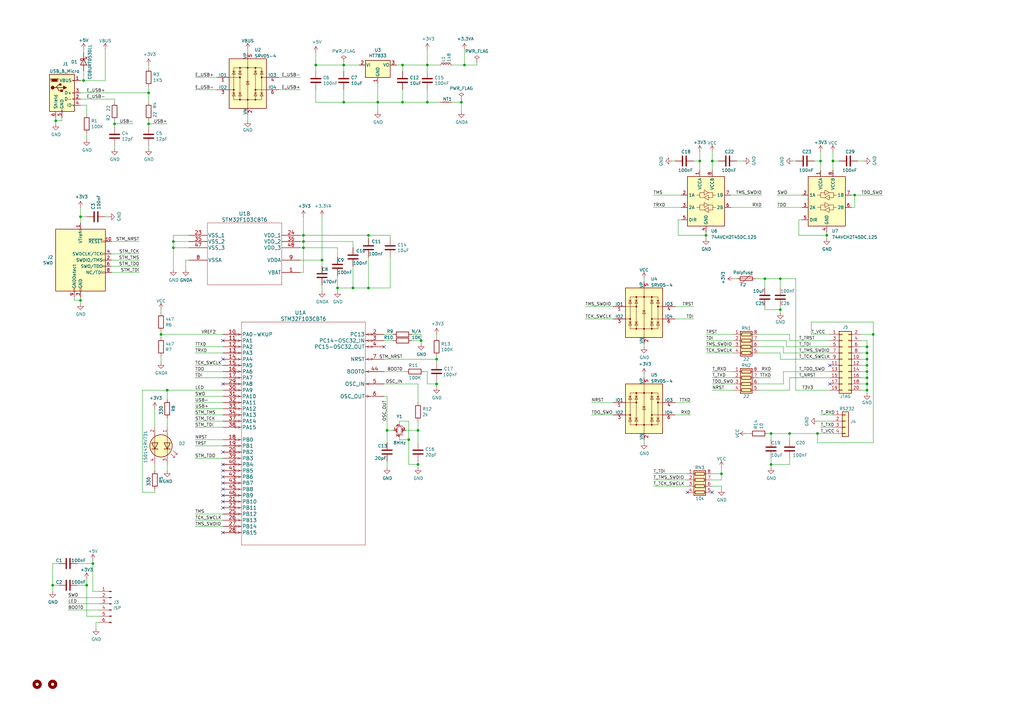
<source format=kicad_sch>
(kicad_sch (version 20211123) (generator eeschema)
  (paper "A3")
  (title_block (title "STLink-V2") (date "2022-11-20") (rev "1") (company "Mathias Gruber"))
  (junction (at 38.1 231.14))
  (junction (at 124.46 101.6))
  (junction (at 151.13 118.11))
  (junction (at 350.52 80.01))
  (junction (at 60.96 50.8))
  (junction (at 21.59 240.03))
  (junction (at 68.58 160.02))
  (junction (at 320.04 114.3))
  (junction (at 339.09 96.52))
  (junction (at 292.1 66.04))
  (junction (at 355.6 149.86))
  (junction (at 316.23 190.5))
  (junction (at 316.23 177.8))
  (junction (at 165.1 26.67))
  (junction (at 151.13 96.52))
  (junction (at 341.63 66.04))
  (junction (at 158.75 176.53))
  (junction (at 46.99 50.8))
  (junction (at 172.72 139.7))
  (junction (at 336.55 66.04))
  (junction (at 313.69 114.3))
  (junction (at 66.04 137.16))
  (junction (at 124.46 96.52))
  (junction (at 34.29 33.02))
  (junction (at 60.96 38.1))
  (junction (at 179.07 147.32))
  (junction (at 355.6 152.4))
  (junction (at 165.1 41.91))
  (junction (at 171.45 176.53))
  (junction (at 358.14 137.16))
  (junction (at 35.56 240.03))
  (junction (at 320.04 127))
  (junction (at 355.6 157.48))
  (junction (at 295.91 194.31))
  (junction (at 355.6 144.78))
  (junction (at 144.78 118.11))
  (junction (at 22.86 49.53))
  (junction (at 154.94 41.91))
  (junction (at 132.08 106.68))
  (junction (at 335.28 177.8))
  (junction (at 355.6 147.32))
  (junction (at 138.43 118.11))
  (junction (at 323.85 177.8))
  (junction (at 190.5 26.67))
  (junction (at 140.97 26.67))
  (junction (at 355.6 142.24))
  (junction (at 171.45 190.5))
  (junction (at 71.12 101.6))
  (junction (at 33.02 88.9))
  (junction (at 355.6 160.02))
  (junction (at 189.23 41.91))
  (junction (at 355.6 154.94))
  (junction (at 129.54 26.67))
  (junction (at 71.12 99.06))
  (junction (at 289.56 96.52))
  (junction (at 124.46 99.06))
  (junction (at 140.97 41.91))
  (junction (at 179.07 157.48))
  (junction (at 175.26 26.67))
  (junction (at 287.02 66.04))
  (junction (at 33.02 123.19))
  (junction (at 175.26 41.91))
  (junction (at 167.64 180.34))
  (no_connect (at 91.44 190.5))
  (no_connect (at 91.44 203.2))
  (no_connect (at 340.36 157.48))
  (no_connect (at 91.44 205.74))
  (no_connect (at 91.44 200.66))
  (no_connect (at 91.44 218.44))
  (no_connect (at 157.48 142.24))
  (no_connect (at 91.44 198.12))
  (no_connect (at 91.44 195.58))
  (no_connect (at 292.1 201.93))
  (no_connect (at 91.44 139.7))
  (no_connect (at 91.44 208.28))
  (no_connect (at 91.44 157.48))
  (no_connect (at 91.44 193.04))
  (no_connect (at 340.36 149.86))
  (no_connect (at 281.94 201.93))
  (no_connect (at 91.44 185.42))
  (no_connect (at 91.44 147.32))
  (wire (pts (xy 328.93 80.01) (xy 318.77 80.01)))
  (wire (pts (xy 91.44 165.1) (xy 80.01 165.1)))
  (wire (pts (xy 316.23 190.5) (xy 316.23 191.77)))
  (wire (pts (xy 34.29 33.02) (xy 43.18 33.02)))
  (wire (pts (xy 157.48 147.32) (xy 179.07 147.32)))
  (wire (pts (xy 175.26 36.83) (xy 175.26 41.91)))
  (wire (pts (xy 349.25 85.09) (xy 350.52 85.09)))
  (wire (pts (xy 154.94 41.91) (xy 154.94 45.72)))
  (wire (pts (xy 292.1 196.85) (xy 295.91 196.85)))
  (wire (pts (xy 325.12 66.04) (xy 326.39 66.04)))
  (wire (pts (xy 60.96 27.94) (xy 60.96 26.67)))
  (wire (pts (xy 323.85 180.34) (xy 323.85 177.8)))
  (wire (pts (xy 353.06 157.48) (xy 355.6 157.48)))
  (wire (pts (xy 123.19 96.52) (xy 124.46 96.52)))
  (wire (pts (xy 175.26 20.32) (xy 175.26 26.67)))
  (wire (pts (xy 71.12 96.52) (xy 71.12 99.06)))
  (wire (pts (xy 77.47 99.06) (xy 71.12 99.06)))
  (wire (pts (xy 58.42 160.02) (xy 58.42 201.93)))
  (wire (pts (xy 299.72 85.09) (xy 312.42 85.09)))
  (wire (pts (xy 58.42 201.93) (xy 63.5 201.93)))
  (wire (pts (xy 323.85 139.7) (xy 340.36 139.7)))
  (wire (pts (xy 264.16 180.34) (xy 264.16 181.61)))
  (wire (pts (xy 66.04 137.16) (xy 66.04 138.43)))
  (wire (pts (xy 353.06 154.94) (xy 355.6 154.94)))
  (wire (pts (xy 311.15 154.94) (xy 316.23 154.94)))
  (wire (pts (xy 353.06 147.32) (xy 355.6 147.32)))
  (wire (pts (xy 66.04 135.89) (xy 66.04 137.16)))
  (wire (pts (xy 311.15 157.48) (xy 321.31 157.48)))
  (wire (pts (xy 34.29 29.21) (xy 34.29 33.02)))
  (wire (pts (xy 71.12 101.6) (xy 71.12 110.49)))
  (wire (pts (xy 276.86 165.1) (xy 283.21 165.1)))
  (wire (pts (xy 25.4 48.26) (xy 25.4 49.53)))
  (wire (pts (xy 323.85 154.94) (xy 340.36 154.94)))
  (wire (pts (xy 60.96 59.69) (xy 60.96 60.96)))
  (wire (pts (xy 353.06 139.7) (xy 355.6 139.7)))
  (wire (pts (xy 124.46 99.06) (xy 124.46 101.6)))
  (wire (pts (xy 33.02 40.64) (xy 46.99 40.64)))
  (wire (pts (xy 173.99 152.4) (xy 175.26 152.4)))
  (wire (pts (xy 240.03 125.73) (xy 251.46 125.73)))
  (wire (pts (xy 160.02 105.41) (xy 160.02 118.11)))
  (wire (pts (xy 151.13 118.11) (xy 144.78 118.11)))
  (wire (pts (xy 292.1 160.02) (xy 300.99 160.02)))
  (wire (pts (xy 323.85 187.96) (xy 323.85 190.5)))
  (wire (pts (xy 129.54 21.59) (xy 129.54 26.67)))
  (wire (pts (xy 322.58 142.24) (xy 340.36 142.24)))
  (wire (pts (xy 341.63 66.04) (xy 344.17 66.04)))
  (wire (pts (xy 167.64 190.5) (xy 171.45 190.5)))
  (wire (pts (xy 306.07 177.8) (xy 307.34 177.8)))
  (wire (pts (xy 46.99 50.8) (xy 46.99 52.07)))
  (wire (pts (xy 140.97 29.21) (xy 140.97 26.67)))
  (wire (pts (xy 279.4 85.09) (xy 267.97 85.09)))
  (wire (pts (xy 311.15 152.4) (xy 316.23 152.4)))
  (wire (pts (xy 327.66 96.52) (xy 339.09 96.52)))
  (wire (pts (xy 321.31 144.78) (xy 340.36 144.78)))
  (wire (pts (xy 91.44 187.96) (xy 80.01 187.96)))
  (wire (pts (xy 34.29 20.32) (xy 34.29 21.59)))
  (wire (pts (xy 264.16 114.3) (xy 264.16 115.57)))
  (wire (pts (xy 166.37 176.53) (xy 171.45 176.53)))
  (wire (pts (xy 33.02 88.9) (xy 33.02 91.44)))
  (wire (pts (xy 77.47 101.6) (xy 71.12 101.6)))
  (wire (pts (xy 140.97 26.67) (xy 129.54 26.67)))
  (wire (pts (xy 321.31 152.4) (xy 321.31 157.48)))
  (wire (pts (xy 80.01 149.86) (xy 91.44 149.86)))
  (wire (pts (xy 311.15 137.16) (xy 323.85 137.16)))
  (wire (pts (xy 45.72 106.68) (xy 57.15 106.68)))
  (wire (pts (xy 350.52 80.01) (xy 361.95 80.01)))
  (wire (pts (xy 335.28 181.61) (xy 335.28 177.8)))
  (wire (pts (xy 299.72 80.01) (xy 312.42 80.01)))
  (wire (pts (xy 175.26 26.67) (xy 180.34 26.67)))
  (wire (pts (xy 264.16 153.67) (xy 264.16 154.94)))
  (wire (pts (xy 300.99 144.78) (xy 289.56 144.78)))
  (wire (pts (xy 157.48 137.16) (xy 161.29 137.16)))
  (wire (pts (xy 326.39 114.3) (xy 326.39 160.02)))
  (wire (pts (xy 180.34 41.91) (xy 175.26 41.91)))
  (wire (pts (xy 336.55 175.26) (xy 341.63 175.26)))
  (wire (pts (xy 165.1 26.67) (xy 175.26 26.67)))
  (wire (pts (xy 355.6 142.24) (xy 355.6 144.78)))
  (wire (pts (xy 355.6 147.32) (xy 355.6 149.86)))
  (wire (pts (xy 292.1 66.04) (xy 292.1 62.23)))
  (wire (pts (xy 334.01 66.04) (xy 336.55 66.04)))
  (wire (pts (xy 30.48 121.92) (xy 30.48 123.19)))
  (wire (pts (xy 124.46 88.9) (xy 124.46 96.52)))
  (wire (pts (xy 45.72 109.22) (xy 57.15 109.22)))
  (wire (pts (xy 287.02 66.04) (xy 287.02 69.85)))
  (wire (pts (xy 353.06 152.4) (xy 355.6 152.4)))
  (wire (pts (xy 332.74 137.16) (xy 332.74 132.08)))
  (wire (pts (xy 355.6 160.02) (xy 355.6 161.29)))
  (wire (pts (xy 158.75 162.56) (xy 158.75 176.53)))
  (wire (pts (xy 240.03 130.81) (xy 251.46 130.81)))
  (wire (pts (xy 295.91 199.39) (xy 295.91 200.66)))
  (wire (pts (xy 31.75 231.14) (xy 38.1 231.14)))
  (wire (pts (xy 21.59 231.14) (xy 21.59 240.03)))
  (wire (pts (xy 300.99 137.16) (xy 289.56 137.16)))
  (wire (pts (xy 171.45 181.61) (xy 171.45 176.53)))
  (wire (pts (xy 267.97 194.31) (xy 281.94 194.31)))
  (wire (pts (xy 151.13 96.52) (xy 160.02 96.52)))
  (wire (pts (xy 63.5 201.93) (xy 63.5 200.66)))
  (wire (pts (xy 33.02 38.1) (xy 60.96 38.1)))
  (wire (pts (xy 80.01 213.36) (xy 91.44 213.36)))
  (wire (pts (xy 40.64 245.11) (xy 27.94 245.11)))
  (wire (pts (xy 101.6 20.32) (xy 101.6 21.59)))
  (wire (pts (xy 167.64 180.34) (xy 167.64 190.5)))
  (wire (pts (xy 314.96 177.8) (xy 316.23 177.8)))
  (wire (pts (xy 91.44 172.72) (xy 80.01 172.72)))
  (wire (pts (xy 358.14 181.61) (xy 335.28 181.61)))
  (wire (pts (xy 129.54 41.91) (xy 140.97 41.91)))
  (wire (pts (xy 320.04 147.32) (xy 340.36 147.32)))
  (wire (pts (xy 336.55 170.18) (xy 341.63 170.18)))
  (wire (pts (xy 46.99 40.64) (xy 46.99 41.91)))
  (wire (pts (xy 294.64 66.04) (xy 292.1 66.04)))
  (wire (pts (xy 185.42 26.67) (xy 190.5 26.67)))
  (wire (pts (xy 350.52 85.09) (xy 350.52 80.01)))
  (wire (pts (xy 311.15 160.02) (xy 323.85 160.02)))
  (wire (pts (xy 24.13 240.03) (xy 21.59 240.03)))
  (wire (pts (xy 355.6 152.4) (xy 355.6 154.94)))
  (wire (pts (xy 279.4 90.17) (xy 278.13 90.17)))
  (wire (pts (xy 264.16 140.97) (xy 264.16 142.24)))
  (wire (pts (xy 278.13 90.17) (xy 278.13 96.52)))
  (wire (pts (xy 311.15 139.7) (xy 322.58 139.7)))
  (wire (pts (xy 22.86 49.53) (xy 22.86 50.8)))
  (wire (pts (xy 320.04 114.3) (xy 313.69 114.3)))
  (wire (pts (xy 60.96 49.53) (xy 60.96 50.8)))
  (wire (pts (xy 168.91 139.7) (xy 172.72 139.7)))
  (wire (pts (xy 322.58 142.24) (xy 322.58 139.7)))
  (wire (pts (xy 40.64 247.65) (xy 27.94 247.65)))
  (wire (pts (xy 80.01 162.56) (xy 91.44 162.56)))
  (wire (pts (xy 68.58 171.45) (xy 68.58 175.26)))
  (wire (pts (xy 158.75 189.23) (xy 158.75 191.77)))
  (wire (pts (xy 318.77 85.09) (xy 328.93 85.09)))
  (wire (pts (xy 295.91 196.85) (xy 295.91 194.31)))
  (wire (pts (xy 66.04 137.16) (xy 91.44 137.16)))
  (wire (pts (xy 316.23 177.8) (xy 316.23 180.34)))
  (wire (pts (xy 321.31 152.4) (xy 340.36 152.4)))
  (wire (pts (xy 326.39 160.02) (xy 340.36 160.02)))
  (wire (pts (xy 341.63 66.04) (xy 341.63 69.85)))
  (wire (pts (xy 179.07 147.32) (xy 179.07 148.59)))
  (wire (pts (xy 189.23 41.91) (xy 189.23 45.72)))
  (wire (pts (xy 320.04 114.3) (xy 326.39 114.3)))
  (wire (pts (xy 77.47 106.68) (xy 76.2 106.68)))
  (wire (pts (xy 287.02 62.23) (xy 287.02 66.04)))
  (wire (pts (xy 163.83 180.34) (xy 167.64 180.34)))
  (wire (pts (xy 320.04 125.73) (xy 320.04 127)))
  (wire (pts (xy 46.99 50.8) (xy 54.61 50.8)))
  (wire (pts (xy 279.4 80.01) (xy 267.97 80.01)))
  (wire (pts (xy 195.58 26.67) (xy 190.5 26.67)))
  (wire (pts (xy 171.45 189.23) (xy 171.45 190.5)))
  (wire (pts (xy 311.15 144.78) (xy 320.04 144.78)))
  (wire (pts (xy 355.6 139.7) (xy 355.6 142.24)))
  (wire (pts (xy 147.32 26.67) (xy 140.97 26.67)))
  (wire (pts (xy 68.58 160.02) (xy 58.42 160.02)))
  (wire (pts (xy 179.07 137.16) (xy 179.07 138.43)))
  (wire (pts (xy 63.5 167.64) (xy 63.5 175.26)))
  (wire (pts (xy 123.19 99.06) (xy 124.46 99.06)))
  (wire (pts (xy 80.01 31.75) (xy 88.9 31.75)))
  (wire (pts (xy 33.02 33.02) (xy 34.29 33.02)))
  (wire (pts (xy 353.06 142.24) (xy 355.6 142.24)))
  (wire (pts (xy 321.31 144.78) (xy 321.31 142.24)))
  (wire (pts (xy 124.46 99.06) (xy 144.78 99.06)))
  (wire (pts (xy 195.58 25.4) (xy 195.58 26.67)))
  (wire (pts (xy 124.46 111.76) (xy 123.19 111.76)))
  (wire (pts (xy 68.58 163.83) (xy 68.58 160.02)))
  (wire (pts (xy 289.56 95.25) (xy 289.56 96.52)))
  (wire (pts (xy 40.64 250.19) (xy 27.94 250.19)))
  (wire (pts (xy 76.2 106.68) (xy 76.2 110.49)))
  (wire (pts (xy 160.02 118.11) (xy 151.13 118.11)))
  (wire (pts (xy 35.56 237.49) (xy 35.56 240.03)))
  (wire (pts (xy 160.02 97.79) (xy 160.02 96.52)))
  (wire (pts (xy 66.04 128.27) (xy 66.04 127)))
  (wire (pts (xy 161.29 176.53) (xy 158.75 176.53)))
  (wire (pts (xy 175.26 157.48) (xy 179.07 157.48)))
  (wire (pts (xy 114.3 31.75) (xy 123.19 31.75)))
  (wire (pts (xy 320.04 147.32) (xy 320.04 144.78)))
  (wire (pts (xy 242.57 165.1) (xy 251.46 165.1)))
  (wire (pts (xy 43.18 88.9) (xy 44.45 88.9)))
  (wire (pts (xy 132.08 119.38) (xy 132.08 116.84)))
  (wire (pts (xy 35.56 252.73) (xy 35.56 240.03)))
  (wire (pts (xy 351.79 66.04) (xy 354.33 66.04)))
  (wire (pts (xy 163.83 173.99) (xy 163.83 172.72)))
  (wire (pts (xy 60.96 35.56) (xy 60.96 38.1)))
  (wire (pts (xy 328.93 90.17) (xy 327.66 90.17)))
  (wire (pts (xy 289.56 142.24) (xy 300.99 142.24)))
  (wire (pts (xy 33.02 85.09) (xy 33.02 88.9)))
  (wire (pts (xy 124.46 96.52) (xy 124.46 99.06)))
  (wire (pts (xy 355.6 157.48) (xy 355.6 160.02)))
  (wire (pts (xy 353.06 137.16) (xy 358.14 137.16)))
  (wire (pts (xy 171.45 172.72) (xy 171.45 176.53)))
  (wire (pts (xy 144.78 118.11) (xy 138.43 118.11)))
  (wire (pts (xy 172.72 137.16) (xy 172.72 139.7)))
  (wire (pts (xy 300.99 157.48) (xy 292.1 157.48)))
  (wire (pts (xy 332.74 132.08) (xy 358.14 132.08)))
  (wire (pts (xy 300.99 114.3) (xy 302.26 114.3)))
  (wire (pts (xy 341.63 172.72) (xy 335.28 172.72)))
  (wire (pts (xy 138.43 113.03) (xy 138.43 118.11)))
  (wire (pts (xy 323.85 177.8) (xy 316.23 177.8)))
  (wire (pts (xy 171.45 165.1) (xy 171.45 157.48)))
  (wire (pts (xy 323.85 190.5) (xy 316.23 190.5)))
  (wire (pts (xy 284.48 66.04) (xy 287.02 66.04)))
  (wire (pts (xy 323.85 177.8) (xy 335.28 177.8)))
  (wire (pts (xy 295.91 194.31) (xy 295.91 191.77)))
  (wire (pts (xy 101.6 46.99) (xy 101.6 49.53)))
  (wire (pts (xy 21.59 240.03) (xy 21.59 242.57)))
  (wire (pts (xy 300.99 154.94) (xy 292.1 154.94)))
  (wire (pts (xy 165.1 29.21) (xy 165.1 26.67)))
  (wire (pts (xy 80.01 144.78) (xy 91.44 144.78)))
  (wire (pts (xy 313.69 118.11) (xy 313.69 114.3)))
  (wire (pts (xy 171.45 190.5) (xy 171.45 191.77)))
  (wire (pts (xy 80.01 36.83) (xy 88.9 36.83)))
  (wire (pts (xy 144.78 109.22) (xy 144.78 118.11)))
  (wire (pts (xy 123.19 101.6) (xy 124.46 101.6)))
  (wire (pts (xy 323.85 154.94) (xy 323.85 160.02)))
  (wire (pts (xy 80.01 182.88) (xy 91.44 182.88)))
  (wire (pts (xy 309.88 114.3) (xy 313.69 114.3)))
  (wire (pts (xy 355.6 154.94) (xy 355.6 157.48)))
  (wire (pts (xy 25.4 49.53) (xy 22.86 49.53)))
  (wire (pts (xy 38.1 242.57) (xy 38.1 231.14)))
  (wire (pts (xy 353.06 160.02) (xy 355.6 160.02)))
  (wire (pts (xy 68.58 160.02) (xy 91.44 160.02)))
  (wire (pts (xy 40.64 252.73) (xy 35.56 252.73)))
  (wire (pts (xy 242.57 170.18) (xy 251.46 170.18)))
  (wire (pts (xy 138.43 101.6) (xy 138.43 105.41)))
  (wire (pts (xy 167.64 172.72) (xy 167.64 180.34)))
  (wire (pts (xy 45.72 111.76) (xy 57.15 111.76)))
  (wire (pts (xy 63.5 190.5) (xy 63.5 193.04)))
  (wire (pts (xy 35.56 46.99) (xy 35.56 43.18)))
  (wire (pts (xy 267.97 196.85) (xy 281.94 196.85)))
  (wire (pts (xy 39.37 255.27) (xy 39.37 257.81)))
  (wire (pts (xy 179.07 157.48) (xy 179.07 158.75)))
  (wire (pts (xy 33.02 88.9) (xy 35.56 88.9)))
  (wire (pts (xy 35.56 57.15) (xy 35.56 54.61)))
  (wire (pts (xy 336.55 66.04) (xy 336.55 69.85)))
  (wire (pts (xy 276.86 170.18) (xy 283.21 170.18)))
  (wire (pts (xy 185.42 41.91) (xy 189.23 41.91)))
  (wire (pts (xy 33.02 123.19) (xy 33.02 124.46)))
  (wire (pts (xy 335.28 177.8) (xy 341.63 177.8)))
  (wire (pts (xy 339.09 96.52) (xy 339.09 97.79)))
  (wire (pts (xy 179.07 146.05) (xy 179.07 147.32)))
  (wire (pts (xy 140.97 41.91) (xy 154.94 41.91)))
  (wire (pts (xy 313.69 127) (xy 320.04 127)))
  (wire (pts (xy 163.83 172.72) (xy 167.64 172.72)))
  (wire (pts (xy 132.08 106.68) (xy 132.08 109.22)))
  (wire (pts (xy 327.66 90.17) (xy 327.66 96.52)))
  (wire (pts (xy 189.23 40.64) (xy 189.23 41.91)))
  (wire (pts (xy 80.01 154.94) (xy 91.44 154.94)))
  (wire (pts (xy 60.96 50.8) (xy 60.96 52.07)))
  (wire (pts (xy 66.04 146.05) (xy 66.04 148.59)))
  (wire (pts (xy 320.04 127) (xy 320.04 128.27)))
  (wire (pts (xy 190.5 20.32) (xy 190.5 26.67)))
  (wire (pts (xy 140.97 26.67) (xy 140.97 25.4)))
  (wire (pts (xy 175.26 41.91) (xy 165.1 41.91)))
  (wire (pts (xy 353.06 144.78) (xy 355.6 144.78)))
  (wire (pts (xy 172.72 139.7) (xy 172.72 140.97)))
  (wire (pts (xy 60.96 38.1) (xy 60.96 41.91)))
  (wire (pts (xy 30.48 123.19) (xy 33.02 123.19)))
  (wire (pts (xy 276.86 125.73) (xy 284.48 125.73)))
  (wire (pts (xy 157.48 157.48) (xy 171.45 157.48)))
  (wire (pts (xy 332.74 137.16) (xy 340.36 137.16)))
  (wire (pts (xy 144.78 99.06) (xy 144.78 101.6)))
  (wire (pts (xy 289.56 96.52) (xy 289.56 97.79)))
  (wire (pts (xy 320.04 118.11) (xy 320.04 114.3)))
  (wire (pts (xy 313.69 125.73) (xy 313.69 127)))
  (wire (pts (xy 132.08 88.9) (xy 132.08 106.68)))
  (wire (pts (xy 292.1 152.4) (xy 300.99 152.4)))
  (wire (pts (xy 341.63 62.23) (xy 341.63 66.04)))
  (wire (pts (xy 349.25 80.01) (xy 350.52 80.01)))
  (wire (pts (xy 157.48 152.4) (xy 166.37 152.4)))
  (wire (pts (xy 123.19 106.68) (xy 132.08 106.68)))
  (wire (pts (xy 91.44 167.64) (xy 80.01 167.64)))
  (wire (pts (xy 355.6 149.86) (xy 355.6 152.4)))
  (wire (pts (xy 165.1 41.91) (xy 154.94 41.91)))
  (wire (pts (xy 77.47 96.52) (xy 71.12 96.52)))
  (wire (pts (xy 168.91 137.16) (xy 172.72 137.16)))
  (wire (pts (xy 302.26 66.04) (xy 304.8 66.04)))
  (wire (pts (xy 91.44 170.18) (xy 80.01 170.18)))
  (wire (pts (xy 124.46 101.6) (xy 138.43 101.6)))
  (wire (pts (xy 138.43 119.38) (xy 138.43 118.11)))
  (wire (pts (xy 300.99 139.7) (xy 289.56 139.7)))
  (wire (pts (xy 158.75 181.61) (xy 158.75 176.53)))
  (wire (pts (xy 124.46 96.52) (xy 151.13 96.52)))
  (wire (pts (xy 162.56 26.67) (xy 165.1 26.67)))
  (wire (pts (xy 157.48 139.7) (xy 161.29 139.7)))
  (wire (pts (xy 129.54 36.83) (xy 129.54 41.91)))
  (wire (pts (xy 276.86 130.81) (xy 284.48 130.81)))
  (wire (pts (xy 80.01 180.34) (xy 91.44 180.34)))
  (wire (pts (xy 45.72 99.06) (xy 57.15 99.06)))
  (wire (pts (xy 267.97 199.39) (xy 281.94 199.39)))
  (wire (pts (xy 151.13 96.52) (xy 151.13 97.79)))
  (wire (pts (xy 80.01 152.4) (xy 91.44 152.4)))
  (wire (pts (xy 40.64 255.27) (xy 39.37 255.27)))
  (wire (pts (xy 46.99 49.53) (xy 46.99 50.8)))
  (wire (pts (xy 292.1 66.04) (xy 292.1 69.85)))
  (wire (pts (xy 45.72 104.14) (xy 57.15 104.14)))
  (wire (pts (xy 339.09 95.25) (xy 339.09 96.52)))
  (wire (pts (xy 336.55 62.23) (xy 336.55 66.04)))
  (wire (pts (xy 43.18 33.02) (xy 43.18 20.32)))
  (wire (pts (xy 80.01 142.24) (xy 91.44 142.24)))
  (wire (pts (xy 46.99 59.69) (xy 46.99 60.96)))
  (wire (pts (xy 38.1 229.87) (xy 38.1 231.14)))
  (wire (pts (xy 80.01 210.82) (xy 91.44 210.82)))
  (wire (pts (xy 157.48 162.56) (xy 158.75 162.56)))
  (wire (pts (xy 179.07 156.21) (xy 179.07 157.48)))
  (wire (pts (xy 140.97 36.83) (xy 140.97 41.91)))
  (wire (pts (xy 80.01 215.9) (xy 91.44 215.9)))
  (wire (pts (xy 323.85 139.7) (xy 323.85 137.16)))
  (wire (pts (xy 275.59 66.04) (xy 276.86 66.04)))
  (wire (pts (xy 151.13 105.41) (xy 151.13 118.11)))
  (wire (pts (xy 358.14 132.08) (xy 358.14 137.16)))
  (wire (pts (xy 353.06 149.86) (xy 355.6 149.86)))
  (wire (pts (xy 355.6 144.78) (xy 355.6 147.32)))
  (wire (pts (xy 114.3 36.83) (xy 123.19 36.83)))
  (wire (pts (xy 292.1 199.39) (xy 295.91 199.39)))
  (wire (pts (xy 175.26 152.4) (xy 175.26 157.48)))
  (wire (pts (xy 31.75 240.03) (xy 35.56 240.03)))
  (wire (pts (xy 24.13 231.14) (xy 21.59 231.14)))
  (wire (pts (xy 163.83 179.07) (xy 163.83 180.34)))
  (wire (pts (xy 40.64 242.57) (xy 38.1 242.57)))
  (wire (pts (xy 292.1 194.31) (xy 295.91 194.31)))
  (wire (pts (xy 22.86 48.26) (xy 22.86 49.53)))
  (wire (pts (xy 60.96 50.8) (xy 68.58 50.8)))
  (wire (pts (xy 311.15 142.24) (xy 321.31 142.24)))
  (wire (pts (xy 80.01 175.26) (xy 91.44 175.26)))
  (wire (pts (xy 358.14 137.16) (xy 358.14 181.61)))
  (wire (pts (xy 175.26 26.67) (xy 175.26 29.21)))
  (wire (pts (xy 68.58 190.5) (xy 68.58 193.04)))
  (wire (pts (xy 165.1 36.83) (xy 165.1 41.91)))
  (wire (pts (xy 35.56 43.18) (xy 33.02 43.18)))
  (wire (pts (xy 33.02 121.92) (xy 33.02 123.19)))
  (wire (pts (xy 71.12 99.06) (xy 71.12 101.6)))
  (wire (pts (xy 316.23 190.5) (xy 316.23 187.96)))
  (wire (pts (xy 129.54 26.67) (xy 129.54 29.21)))
  (wire (pts (xy 154.94 34.29) (xy 154.94 41.91)))
  (wire (pts (xy 124.46 101.6) (xy 124.46 111.76)))
  (wire (pts (xy 278.13 96.52) (xy 289.56 96.52)))
  (label "SWO" (at 27.94 245.11 0))
  (label "T_RXD" (at 336.55 170.18 0))
  (label "TDO" (at 80.01 152.4 0))
  (label "TRXD" (at 80.01 144.78 0))
  (label "T_TDO_SWO" (at 327.66 152.4 0))
  (label "STM_NRST" (at 165.1 147.32 180))
  (label "TDI" (at 284.48 130.81 180))
  (label "TMS" (at 267.97 80.01 0))
  (label "TRXD" (at 267.97 85.09 0))
  (label "NRST" (at 242.57 165.1 0))
  (label "T_TDI" (at 327.66 142.24 0))
  (label "NRST" (at 80.01 180.34 0))
  (label "STM_TCK" (at 57.15 104.14 180))
  (label "STM_TMS" (at 80.01 170.18 0))
  (label "E_USB-" (at 80.01 36.83 0))
  (label "STM_TDO" (at 57.15 109.22 180))
  (label "RXD" (at 312.42 85.09 180))
  (label "STM_TDI" (at 57.15 111.76 180))
  (label "T_TCK_SWCLK" (at 327.66 147.32 0))
  (label "TDI" (at 80.01 154.94 0))
  (label "TMS_SWDIO" (at 80.01 215.9 0))
  (label "TDO_SWO" (at 361.95 80.01 180))
  (label "E_USB-" (at 123.19 31.75 180))
  (label "LED" (at 27.94 247.65 0))
  (label "TRST" (at 284.48 125.73 180))
  (label "TTXD" (at 283.21 165.1 180))
  (label "USB+" (at 68.58 50.8 180))
  (label "T_TRST" (at 327.66 139.7 0))
  (label "TRST" (at 80.01 182.88 0))
  (label "STM_TDI" (at 80.01 175.26 0))
  (label "BOOT0" (at 165.1 152.4 180))
  (label "TTXD" (at 80.01 142.24 0))
  (label "T_TCK_SWCLK" (at 267.97 199.39 0))
  (label "TDO" (at 318.77 85.09 0))
  (label "TMS_SWDIO" (at 240.03 125.73 0))
  (label "STM_TMS" (at 57.15 106.68 180))
  (label "T_NRST" (at 327.66 154.94 0))
  (label "BOOT0" (at 27.94 250.19 0))
  (label "OSC_OUT" (at 158.75 172.72 90))
  (label "E_USB+" (at 43.18 38.1 180))
  (label "TTXD" (at 316.23 154.94 180))
  (label "T_TMS_SWDIO" (at 327.66 144.78 0))
  (label "LED" (at 80.01 160.02 0))
  (label "TDO_SWO" (at 242.57 170.18 0))
  (label "OSC_IN" (at 165.1 157.48 180))
  (label "E_USB+" (at 123.19 36.83 180))
  (label "TCK_SWCLK" (at 80.01 149.86 0))
  (label "TDO_SWO" (at 292.1 157.48 0))
  (label "RXD" (at 283.21 170.18 180))
  (label "E_USB+" (at 80.01 31.75 0))
  (label "USB-" (at 54.61 50.8 180))
  (label "T_TXD" (at 336.55 175.26 0))
  (label "TDI" (at 289.56 139.7 0))
  (label "SWO" (at 80.01 162.56 0))
  (label "NRST" (at 292.1 160.02 0))
  (label "T3V3" (at 328.93 160.02 0))
  (label "TCK_SWCLK" (at 289.56 144.78 0))
  (label "STM_TCK" (at 80.01 172.72 0))
  (label "SWO" (at 318.77 80.01 0))
  (label "T_TMS_SWDIO" (at 267.97 196.85 0))
  (label "STM_TDO" (at 80.01 187.96 0))
  (label "E_USB-" (at 43.18 40.64 180))
  (label "TMS" (at 80.01 210.82 0))
  (label "TMS_SWDIO" (at 289.56 142.24 0))
  (label "TMS_SWDIO" (at 312.42 80.01 180))
  (label "RXD" (at 316.23 152.4 180))
  (label "T_RXD" (at 292.1 152.4 0))
  (label "TRST" (at 289.56 137.16 0))
  (label "T_TDI" (at 267.97 194.31 0))
  (label "USB-" (at 80.01 165.1 0))
  (label "T_TXD" (at 292.1 154.94 0))
  (label "VREF2" (at 82.55 137.16 0))
  (label "T_VCC" (at 332.74 137.16 0))
  (label "TCK_SWCLK" (at 240.03 130.81 0))
  (label "USB+" (at 80.01 167.64 0))
  (label "T_VCC" (at 336.55 177.8 0))
  (label "TCK_SWCLK" (at 80.01 213.36 0))
  (label "STM_NRST" (at 57.15 99.06 180))
  (symbol (lib_id "STM32F103CBT6:STM32F103CBT6") (at 91.44 137.16 0) (unit 1)
    (property "Reference" "U1" (at 123.19 128.27 0) (effects (font (size 1.524 1.524))))
    (property "Value" "STM32F103CBT6" (at 124.46 130.81 0) (effects (font (size 1.524 1.524))))
    (property "Footprint" "Package_QFP:LQFP-48_7x7mm_P0.5mm" (effects hide))
    (property "LCSC" "C8304" (effects hide))
    (property "Descr" "STM32F103CBT6 - ST Microelectronics LQFP-48_7x7x05P RoHS" (effects hide))
  )
  (symbol (lib_id "STM32F103CBT6:STM32F103CBT6") (at 77.47 96.52 0) (unit 2)
    (property "Reference" "U1" (at 100.33 87.63 0) (effects (font (size 1.524 1.524))))
    (property "Value" "STM32F103CBT6" (at 100.33 90.17 0) (effects (font (size 1.524 1.524))))
    (property "Footprint" "Package_QFP:LQFP-48_7x7mm_P0.5mm" (effects hide))
    (property "LCSC" "C8304" (effects hide))
    (property "Descr" "STM32F103CBT6 - ST Microelectronics LQFP-48_7x7x05P RoHS" (effects hide))
  )
  (symbol (lib_id "power:+5V") (at 34.29 20.32 0) (unit 1)
    (property "Reference" "#PWR05" (effects hide))
    (property "Value" "+5V" (at 34.29 16.51 0))
  )
  (symbol (lib_id "power:GND") (at 22.86 50.8 0) (unit 1)
    (property "Reference" "#PWR02" (effects hide))
    (property "Value" "GND" (at 22.987 55.1942 0))
  )
  (symbol (lib_id "Device:R") (at 60.96 45.72 180) (unit 1)
    (property "Reference" "R4" (at 63.5 43.18 90))
    (property "Value" "22" (at 63.5 46.99 90))
    (property "Footprint" "Resistor_SMD:R_0603_1608Metric" (effects hide))
    (property "LCSC" "C25092" (effects hide))
    (property "Descr" "22Ω ±1% 1/16W ±200ppm/℃ 0402 Chip Resistor - Surface Mount RoHS" (effects hide))
  )
  (symbol (lib_id "Device:R") (at 46.99 45.72 0) (unit 1)
    (property "Reference" "R2" (at 44.45 48.26 90))
    (property "Value" "22" (at 44.45 44.45 90))
    (property "Footprint" "Resistor_SMD:R_0603_1608Metric" (effects hide))
    (property "LCSC" "C25092" (effects hide))
    (property "Descr" "22Ω ±1% 1/16W ±200ppm/℃ 0402 Chip Resistor - Surface Mount RoHS" (effects hide))
  )
  (symbol (lib_id "Device:R") (at 35.56 50.8 180) (unit 1)
    (property "Reference" "R1" (at 37.338 49.6316 0) (effects (justify right)))
    (property "Value" "100K" (at 37.338 51.943 0) (effects (justify right)))
    (property "Footprint" "Resistor_SMD:R_0603_1608Metric" (effects hide))
    (property "LCSC" "C25741" (effects hide))
    (property "Descr" "100kΩ ±1% 1/16W ±100ppm/℃ 0402 Chip Resistor - Surface Mount RoHS" (effects hide))
  )
  (symbol (lib_id "power:GND") (at 35.56 57.15 0) (unit 1)
    (property "Reference" "#PWR07" (effects hide))
    (property "Value" "GND" (at 35.687 61.5442 0))
  )
  (symbol (lib_id "Regulator_Linear:AP2127R-3.3") (at 154.94 26.67 0) (unit 1)
    (property "Reference" "U3" (at 154.94 20.5232 0))
    (property "Value" "HT7833" (at 154.94 22.8346 0))
    (property "Footprint" "Package_TO_SOT_SMD:SOT-89-3" (effects hide))
    (property "Datasheet" "https://www.diodes.com/assets/Datasheets/AP2127.pdf" (effects hide))
  )
  (symbol (lib_id "Device:C") (at 160.02 101.6 0) (unit 1)
    (property "Reference" "C14" (at 162.941 100.4316 0) (effects (justify left)))
    (property "Value" "10uF" (at 162.941 102.743 0) (effects (justify left)))
    (property "Footprint" "Capacitor_SMD:C_0603_1608Metric" (effects hide))
    (property "LCSC" "C15525" (effects hide))
    (property "Descr" "10uF ±20% 6.3V X5R 0402 Multilayer Ceramic Capacitors MLCC - SMD/SMT RoHS" (effects hide))
  )
  (symbol (lib_id "Device:C") (at 165.1 33.02 0) (unit 1)
    (property "Reference" "C12" (at 168.021 31.8516 0) (effects (justify left)))
    (property "Value" "10uF" (at 168.021 34.163 0) (effects (justify left)))
    (property "Footprint" "Capacitor_SMD:C_0603_1608Metric" (effects hide))
  )
  (symbol (lib_id "Device:R") (at 60.96 31.75 180) (unit 1)
    (property "Reference" "R3" (at 62.738 30.5816 0) (effects (justify right)))
    (property "Value" "1K5" (at 62.738 32.893 0) (effects (justify right)))
    (property "Footprint" "Resistor_SMD:R_0603_1608Metric" (effects hide))
    (property "LCSC" "C25867" (effects hide))
    (property "Descr" "1.5kΩ ±1% 1/16W ±100ppm/℃ 0402 Chip Resistor - Surface Mount RoHS" (effects hide))
  )
  (symbol (lib_id "Device:Crystal_GND24_Small") (at 163.83 176.53 0) (unit 1)
    (property "Reference" "Y1" (at 163.83 170.815 0))
    (property "Value" "8MHz" (at 161.29 181.61 0) (effects (justify left)))
    (property "Footprint" "Crystal:Crystal_SMD_3225-4Pin_3.2x2.5mm" (effects hide))
  )
  (symbol (lib_id "Device:R") (at 171.45 168.91 180) (unit 1)
    (property "Reference" "R12" (at 173.228 167.7416 0) (effects (justify right)))
    (property "Value" "2k" (at 173.228 170.053 0) (effects (justify right)))
    (property "Footprint" "Resistor_SMD:R_0603_1608Metric" (effects hide))
    (property "LCSC" "C4109" (effects hide))
    (property "Descr" "2kΩ ±1% 1/16W ±100ppm/℃ 0402 Chip Resistor - Surface Mount RoHS" (effects hide))
  )
  (symbol (lib_id "Device:C") (at 171.45 185.42 0) (unit 1)
    (property "Reference" "C16" (at 174.371 184.2516 0) (effects (justify left)))
    (property "Value" "20pF" (at 174.371 186.563 0) (effects (justify left)))
    (property "Footprint" "Capacitor_SMD:C_0603_1608Metric" (effects hide))
    (property "LCSC" "C1554" (effects hide))
    (property "Descr" "20pF ±5% 50V C0G 0402 Multilayer Ceramic Capacitors MLCC - SMD/SMT RoHS" (effects hide))
  )
  (symbol (lib_id "Device:C") (at 158.75 185.42 0) (unit 1)
    (property "Reference" "C13" (at 154.94 182.88 0) (effects (justify left)))
    (property "Value" "20pF" (at 153.67 187.96 0) (effects (justify left)))
    (property "Footprint" "Capacitor_SMD:C_0603_1608Metric" (effects hide))
    (property "LCSC" "C1554" (effects hide))
    (property "Descr" "20pF ±5% 50V C0G 0402 Multilayer Ceramic Capacitors MLCC - SMD/SMT RoHS" (effects hide))
  )
  (symbol (lib_id "power:GND") (at 171.45 191.77 0) (unit 1)
    (property "Reference" "#PWR031" (effects hide))
    (property "Value" "GND" (at 171.577 196.1642 0))
  )
  (symbol (lib_id "power:GND") (at 158.75 191.77 0) (unit 1)
    (property "Reference" "#PWR029" (effects hide))
    (property "Value" "GND" (at 158.877 196.1642 0))
  )
  (symbol (lib_id "power:+3V3") (at 60.96 26.67 0) (unit 1)
    (property "Reference" "#PWR013" (effects hide))
    (property "Value" "+3V3" (at 61.341 22.2758 0))
  )
  (symbol (lib_id "Mechanical:MountingHole") (at 15.24 280.67 0) (unit 1)
    (property "Reference" "H1" (effects hide))
    (property "Value" "MountingHole" (effects hide))
    (property "Footprint" "MountingHole:MountingHole_4mm" (effects hide))
  )
  (symbol (lib_id "power:+3V3") (at 124.46 88.9 0) (unit 1)
    (property "Reference" "#PWR024" (effects hide))
    (property "Value" "+3V3" (at 124.841 84.5058 0))
  )
  (symbol (lib_id "Mechanical:MountingHole") (at 21.59 280.67 0) (unit 1)
    (property "Reference" "H2" (effects hide))
    (property "Value" "MountingHole" (effects hide))
    (property "Footprint" "MountingHole:MountingHole_4mm" (effects hide))
  )
  (symbol (lib_id "power:GND") (at 71.12 110.49 0) (unit 1)
    (property "Reference" "#PWR019" (effects hide))
    (property "Value" "GND" (at 71.247 114.8842 0))
  )
  (symbol (lib_id "power:GND") (at 138.43 119.38 0) (unit 1)
    (property "Reference" "#PWR027" (effects hide))
    (property "Value" "GND" (at 138.557 123.7742 0))
  )
  (symbol (lib_id "Device:R") (at 170.18 152.4 270) (unit 1)
    (property "Reference" "R11" (at 171.45 149.86 90) (effects (justify right)))
    (property "Value" "100K" (at 172.72 154.94 90) (effects (justify right)))
    (property "Footprint" "Resistor_SMD:R_0603_1608Metric" (effects hide))
    (property "LCSC" "C25741" (effects hide))
    (property "Descr" "100kΩ ±1% 1/16W ±100ppm/℃ 0402 Chip Resistor - Surface Mount RoHS" (effects hide))
  )
  (symbol (lib_id "Device:C") (at 132.08 113.03 180) (unit 1)
    (property "Reference" "C8" (at 134.62 110.49 0) (effects (justify left)))
    (property "Value" "470nF" (at 138.43 115.57 0) (effects (justify left)))
    (property "Footprint" "Capacitor_SMD:C_0603_1608Metric" (effects hide))
    (property "LCSC" "C47339" (effects hide))
    (property "Descr" "470nF ±10% 10V X5R 0402 Multilayer Ceramic Capacitors MLCC - SMD/SMT RoHS" (effects hide))
  )
  (symbol (lib_id "Device:C") (at 138.43 109.22 0) (unit 1)
    (property "Reference" "C9" (at 138.43 106.68 0) (effects (justify left)))
    (property "Value" "100nF" (at 138.43 111.76 0) (effects (justify left)))
    (property "Footprint" "Capacitor_SMD:C_0603_1608Metric" (effects hide))
    (property "LCSC" "C1525" (effects hide))
    (property "Descr" "100nF ±10% 16V X7R 0402 Multilayer Ceramic Capacitors MLCC - SMD/SMT RoHS" (effects hide))
  )
  (symbol (lib_id "Device:C") (at 144.78 105.41 0) (unit 1)
    (property "Reference" "C10" (at 146.05 102.87 0) (effects (justify left)))
    (property "Value" "100nF" (at 144.78 107.95 0) (effects (justify left)))
    (property "Footprint" "Capacitor_SMD:C_0603_1608Metric" (effects hide))
    (property "LCSC" "C1525" (effects hide))
    (property "Descr" "100nF ±10% 16V X7R 0402 Multilayer Ceramic Capacitors MLCC - SMD/SMT RoHS" (effects hide))
  )
  (symbol (lib_id "Device:C") (at 151.13 101.6 0) (unit 1)
    (property "Reference" "C11" (at 152.4 99.06 0) (effects (justify left)))
    (property "Value" "100nF" (at 151.13 104.14 0) (effects (justify left)))
    (property "Footprint" "Capacitor_SMD:C_0603_1608Metric" (effects hide))
    (property "LCSC" "C1525" (effects hide))
    (property "Descr" "100nF ±10% 16V X7R 0402 Multilayer Ceramic Capacitors MLCC - SMD/SMT RoHS" (effects hide))
  )
  (symbol (lib_id "Device:L_Ferrite_Small") (at 182.88 26.67 90) (unit 1)
    (property "Reference" "L1" (at 181.864 25.4 0) (effects (justify left)))
    (property "Value" "1k8" (at 184.15 25.4 0) (effects (justify left)))
    (property "Footprint" "Inductor_SMD:L_0603_1608Metric" (effects hide))
  )
  (symbol (lib_id "Device:C") (at 140.97 33.02 0) (unit 1)
    (property "Reference" "C7" (at 143.891 31.8516 0) (effects (justify left)))
    (property "Value" "10uF" (at 143.891 34.163 0) (effects (justify left)))
    (property "Footprint" "Capacitor_SMD:C_0603_1608Metric" (effects hide))
    (property "LCSC" "C19702" (effects hide))
    (property "Descr" "10uF ±10% 10V X5R 0603 Multilayer Ceramic Capacitors MLCC - SMD/SMT RoHS" (effects hide))
  )
  (symbol (lib_id "Device:C") (at 175.26 33.02 0) (unit 1)
    (property "Reference" "C15" (at 178.181 31.8516 0) (effects (justify left)))
    (property "Value" "100nF" (at 178.181 34.163 0) (effects (justify left)))
    (property "Footprint" "Capacitor_SMD:C_0603_1608Metric" (effects hide))
    (property "LCSC" "C1525" (effects hide))
    (property "Descr" "100nF ±10% 16V X7R 0402 Multilayer Ceramic Capacitors MLCC - SMD/SMT RoHS" (effects hide))
  )
  (symbol (lib_id "Device:C") (at 129.54 33.02 0) (unit 1)
    (property "Reference" "C6" (at 132.461 31.8516 0) (effects (justify left)))
    (property "Value" "100nF" (at 132.461 34.163 0) (effects (justify left)))
    (property "Footprint" "Capacitor_SMD:C_0603_1608Metric" (effects hide))
    (property "LCSC" "C1525" (effects hide))
    (property "Descr" "100nF ±10% 16V X7R 0402 Multilayer Ceramic Capacitors MLCC - SMD/SMT RoHS" (effects hide))
  )
  (symbol (lib_id "Device:NetTie_2") (at 182.88 41.91 180) (unit 1)
    (property "Reference" "NT1" (at 181.61 40.64 0) (effects (justify right)))
    (property "Value" "0" (effects hide))
    (property "Footprint" "NetTie:NetTie-2_SMD_Pad0.5mm" (effects hide))
  )
  (symbol (lib_id "power:GNDA") (at 189.23 45.72 0) (unit 1)
    (property "Reference" "#PWR033" (effects hide))
    (property "Value" "GNDA" (at 189.357 50.1142 0))
  )
  (symbol (lib_id "power:GND") (at 154.94 45.72 0) (unit 1)
    (property "Reference" "#PWR028" (effects hide))
    (property "Value" "GND" (at 155.067 50.1142 0))
  )
  (symbol (lib_id "power:+3V3") (at 175.26 20.32 0) (unit 1)
    (property "Reference" "#PWR030" (effects hide))
    (property "Value" "+3V3" (at 175.641 15.9258 0))
  )
  (symbol (lib_id "power:+5V") (at 129.54 21.59 0) (unit 1)
    (property "Reference" "#PWR023" (effects hide))
    (property "Value" "+5V" (at 129.921 17.1958 0))
  )
  (symbol (lib_id "power:GNDA") (at 76.2 110.49 0) (unit 1)
    (property "Reference" "#PWR020" (effects hide))
    (property "Value" "GNDA" (at 76.327 114.8842 0))
  )
  (symbol (lib_id "Connector:Conn_ARM_JTAG_SWD_10") (at 33.02 106.68 0) (unit 1)
    (property "Reference" "J2" (at 21.7678 105.5116 0) (effects (justify right)))
    (property "Value" "SWD" (at 21.7678 107.823 0) (effects (justify right)))
    (property "Footprint" "Connector_PinHeader_1.27mm:PinHeader_2x05_P1.27mm_Vertical_SMD" (effects hide))
    (property "Datasheet" "http://infocenter.arm.com/help/topic/com.arm.doc.ddi0314h/DDI0314H_coresight_components_trm.pdf" (effects hide))
    (property "Descr" "CONN HEADER SMD 10POS 1.27MM" (effects hide))
  )
  (symbol (lib_id "power:+3V3") (at 33.02 85.09 0) (unit 1)
    (property "Reference" "#PWR03" (effects hide))
    (property "Value" "+3V3" (at 33.401 80.6958 0))
  )
  (symbol (lib_id "power:GND") (at 33.02 124.46 0) (unit 1)
    (property "Reference" "#PWR04" (effects hide))
    (property "Value" "GND" (at 33.147 128.8542 0))
  )
  (symbol (lib_id "Device:R") (at 66.04 132.08 0) (mirror y) (unit 1)
    (property "Reference" "R6" (at 67.818 133.2484 0) (effects (justify right)))
    (property "Value" "4k7" (at 67.818 130.937 0) (effects (justify right)))
    (property "Footprint" "Resistor_SMD:R_0603_1608Metric" (effects hide))
    (property "LCSC" "C25900" (effects hide))
    (property "Descr" "Chip Resistor - Surface Mount 4.7KOhms ±1% 1/16W 0402 RoHS" (effects hide))
  )
  (symbol (lib_id "Device:R") (at 66.04 142.24 0) (mirror y) (unit 1)
    (property "Reference" "R7" (at 67.818 143.4084 0) (effects (justify right)))
    (property "Value" "4k7" (at 67.818 141.097 0) (effects (justify right)))
    (property "Footprint" "Resistor_SMD:R_0603_1608Metric" (effects hide))
    (property "LCSC" "C25900" (effects hide))
    (property "Descr" "Chip Resistor - Surface Mount 4.7KOhms ±1% 1/16W 0402 RoHS" (effects hide))
  )
  (symbol (lib_id "Diode:CDBU40-HF") (at 34.29 25.4 270) (unit 1)
    (property "Reference" "D1" (at 30.48 25.4 90))
    (property "Value" "CDBURT0530LL" (at 36.83 25.4 0))
    (property "Footprint" "Diode_SMD:D_0603_1608Metric" (effects hide))
    (property "Datasheet" "https://www.comchiptech.com/admin/files/product/QW-G1012-CDBU40-HF-RevA321692.pdf" (effects hide))
  )
  (symbol (lib_id "power:GNDA") (at 132.08 119.38 0) (unit 1)
    (property "Reference" "#PWR026" (effects hide))
    (property "Value" "GNDA" (at 132.207 123.7742 0))
  )
  (symbol (lib_id "power:PWR_FLAG") (at 140.97 25.4 0) (unit 1)
    (property "Reference" "#FLG01" (effects hide))
    (property "Value" "PWR_FLAG" (at 140.97 21.0058 0))
  )
  (symbol (lib_id "Device:C") (at 27.94 240.03 270) (unit 1)
    (property "Reference" "C2" (at 22.86 238.76 90) (effects (justify left)))
    (property "Value" "100nF" (at 29.21 238.76 90) (effects (justify left)))
    (property "Footprint" "Capacitor_SMD:C_0603_1608Metric" (effects hide))
    (property "LCSC" "C1525" (effects hide))
    (property "Descr" "100nF ±10% 16V X7R 0402 Multilayer Ceramic Capacitors MLCC - SMD/SMT RoHS" (effects hide))
  )
  (symbol (lib_id "power:GND") (at 21.59 242.57 0) (unit 1)
    (property "Reference" "#PWR01" (effects hide))
    (property "Value" "GND" (at 21.717 246.9642 0))
  )
  (symbol (lib_id "power:+3V3") (at 179.07 137.16 0) (unit 1)
    (property "Reference" "#PWR034" (effects hide))
    (property "Value" "+3V3" (at 179.451 132.7658 0))
  )
  (symbol (lib_id "Device:R") (at 179.07 142.24 180) (unit 1)
    (property "Reference" "R13" (at 180.848 141.0716 0) (effects (justify right)))
    (property "Value" "100K" (at 180.848 143.383 0) (effects (justify right)))
    (property "Footprint" "Resistor_SMD:R_0603_1608Metric" (effects hide))
    (property "LCSC" "C25741" (effects hide))
    (property "Descr" "100kΩ ±1% 1/16W ±100ppm/℃ 0402 Chip Resistor - Surface Mount RoHS" (effects hide))
  )
  (symbol (lib_id "Device:C") (at 179.07 152.4 0) (unit 1)
    (property "Reference" "C17" (at 181.991 151.2316 0) (effects (justify left)))
    (property "Value" "100nF" (at 181.61 153.67 0) (effects (justify left)))
    (property "Footprint" "Capacitor_SMD:C_0603_1608Metric" (effects hide))
    (property "LCSC" "C1525" (effects hide))
    (property "Descr" "100nF ±10% 16V X7R 0402 Multilayer Ceramic Capacitors MLCC - SMD/SMT RoHS" (effects hide))
  )
  (symbol (lib_id "power:GND") (at 179.07 158.75 0) (unit 1)
    (property "Reference" "#PWR035" (effects hide))
    (property "Value" "GND" (at 179.197 163.1442 0))
  )
  (symbol (lib_id "Device:C") (at 60.96 55.88 0) (unit 1)
    (property "Reference" "C5" (at 63.881 54.7116 0) (effects (justify left)))
    (property "Value" "12pF" (at 63.881 57.023 0) (effects (justify left)))
    (property "Footprint" "Capacitor_SMD:C_0603_1608Metric" (effects hide))
    (property "LCSC" "C1554" (effects hide))
    (property "Descr" "20pF ±5% 50V C0G 0402 Multilayer Ceramic Capacitors MLCC - SMD/SMT RoHS" (effects hide))
  )
  (symbol (lib_id "Connector:Conn_01x06_Male") (at 45.72 247.65 0) (mirror y) (unit 1)
    (property "Reference" "J3" (at 46.4312 247.0404 0) (effects (justify right)))
    (property "Value" "ISP" (at 46.4312 249.3518 0) (effects (justify right)))
    (property "Footprint" "Connector_PinHeader_2.54mm:PinHeader_1x06_P2.54mm_Vertical" (effects hide))
    (property "Descr" "Pin Header 6 1 right-angle，180degrees 2.54mm Through Hole Pin Header & Female Header RoHS" (effects hide))
  )
  (symbol (lib_id "power:GND") (at 39.37 257.81 0) (unit 1)
    (property "Reference" "#PWR09" (effects hide))
    (property "Value" "GND" (at 39.497 262.2042 0))
  )
  (symbol (lib_id "Device:C") (at 46.99 55.88 0) (unit 1)
    (property "Reference" "C4" (at 49.911 54.7116 0) (effects (justify left)))
    (property "Value" "12pF" (at 49.911 57.023 0) (effects (justify left)))
    (property "Footprint" "Capacitor_SMD:C_0603_1608Metric" (effects hide))
    (property "LCSC" "C1554" (effects hide))
    (property "Descr" "20pF ±5% 50V C0G 0402 Multilayer Ceramic Capacitors MLCC - SMD/SMT RoHS" (effects hide))
  )
  (symbol (lib_id "power:GND") (at 46.99 60.96 0) (unit 1)
    (property "Reference" "#PWR012" (effects hide))
    (property "Value" "GND" (at 47.117 65.3542 0))
  )
  (symbol (lib_id "power:GND") (at 60.96 60.96 0) (unit 1)
    (property "Reference" "#PWR014" (effects hide))
    (property "Value" "GND" (at 61.087 65.3542 0))
  )
  (symbol (lib_id "power:+3V3") (at 35.56 237.49 0) (unit 1)
    (property "Reference" "#PWR06" (effects hide))
    (property "Value" "+3V3" (at 35.56 233.68 0))
  )
  (symbol (lib_id "Device:C") (at 39.37 88.9 90) (unit 1)
    (property "Reference" "C3" (at 38.2016 85.979 0) (effects (justify left)))
    (property "Value" "100nF" (at 40.513 85.979 0) (effects (justify left)))
    (property "Footprint" "Capacitor_SMD:C_0603_1608Metric" (effects hide))
    (property "LCSC" "C1525" (effects hide))
    (property "Descr" "100nF ±10% 16V X7R 0402 Multilayer Ceramic Capacitors MLCC - SMD/SMT RoHS" (effects hide))
  )
  (symbol (lib_id "power:GND") (at 44.45 88.9 90) (unit 1)
    (property "Reference" "#PWR011" (effects hide))
    (property "Value" "GND" (at 48.8442 88.773 0))
  )
  (symbol (lib_id "power:PWR_FLAG") (at 189.23 40.64 0) (unit 1)
    (property "Reference" "#FLG02" (effects hide))
    (property "Value" "PWR_FLAG" (at 189.23 36.2458 0))
  )
  (symbol (lib_id "power:+5V") (at 38.1 229.87 0) (unit 1)
    (property "Reference" "#PWR08" (effects hide))
    (property "Value" "+5V" (at 38.1 226.06 0))
  )
  (symbol (lib_id "power:+3.3VA") (at 190.5 20.32 0) (unit 1)
    (property "Reference" "#PWR036" (effects hide))
    (property "Value" "+3.3VA" (at 190.881 15.9258 0))
  )
  (symbol (lib_id "Device:C") (at 27.94 231.14 270) (unit 1)
    (property "Reference" "C1" (at 22.86 229.87 90) (effects (justify left)))
    (property "Value" "100nF" (at 29.21 229.87 90) (effects (justify left)))
    (property "Footprint" "Capacitor_SMD:C_0603_1608Metric" (effects hide))
    (property "LCSC" "C1525" (effects hide))
    (property "Descr" "100nF ±10% 16V X7R 0402 Multilayer Ceramic Capacitors MLCC - SMD/SMT RoHS" (effects hide))
  )
  (symbol (lib_id "power:PWR_FLAG") (at 195.58 25.4 0) (unit 1)
    (property "Reference" "#FLG03" (effects hide))
    (property "Value" "PWR_FLAG" (at 195.58 21.0058 0))
  )
  (symbol (lib_id "power:+3.3VA") (at 132.08 88.9 0) (unit 1)
    (property "Reference" "#PWR025" (effects hide))
    (property "Value" "+3.3VA" (at 132.461 84.5058 0))
  )
  (symbol (lib_id "Connector:USB_B_Micro") (at 25.4 38.1 0) (unit 1)
    (property "Reference" "J1" (at 26.8478 26.2382 0))
    (property "Value" "USB_B_Micro" (at 20.32 29.21 0) (effects (justify left)))
    (property "Footprint" "lib:USB_Micro-B_Molex-105017-0001-handsolder" (effects hide))
    (property "LCSC" "C91144" (effects hide))
    (property "Descr" "USB - Mini B Female USB 2.0 5 SMD USB Connectors RoHS" (effects hide))
  )
  (symbol (lib_id "Device:R_Pack04") (at 306.07 142.24 270) (unit 1)
    (property "Reference" "RN1" (at 306.07 134.62 90))
    (property "Value" "22" (at 306.07 147.32 90))
    (property "Footprint" "Resistor_SMD:R_Array_Convex_4x0402" (effects hide))
  )
  (symbol (lib_id "Device:C") (at 320.04 121.92 0) (unit 1)
    (property "Reference" "C26" (at 320.04 124.46 0) (effects (justify left)))
    (property "Value" "100nF" (at 320.04 119.38 0) (effects (justify left)))
    (property "Footprint" "Capacitor_SMD:C_0603_1608Metric" (effects hide))
    (property "LCSC" "C1525" (effects hide))
    (property "Descr" "100nF ±10% 16V X7R 0402 Multilayer Ceramic Capacitors MLCC - SMD/SMT RoHS" (effects hide))
  )
  (symbol (lib_id "power:VCC") (at 341.63 62.23 0) (unit 1)
    (property "Reference" "#PWR050" (effects hide))
    (property "Value" "VCC" (at 341.63 58.6542 0))
  )
  (symbol (lib_id "Connector_Generic:Conn_02x10_Odd_Even") (at 345.44 147.32 0) (unit 1)
    (property "Reference" "J5" (at 346.71 134.1882 0))
    (property "Value" "JTAG" (at 346.71 162.56 0))
    (property "Footprint" "Connector_PinHeader_2.54mm:PinHeader_2x10_P2.54mm_Vertical" (effects hide))
    (property "Descr" "Pin Header 14 2 Straight，180degrees 2.54mm Through Hole,P=2.54mm Pin Header & Female Header RoHS" (effects hide))
  )
  (symbol (lib_id "power:GND") (at 355.6 161.29 0) (unit 1)
    (property "Reference" "#PWR058" (effects hide))
    (property "Value" "GND" (at 355.6 165.1 0))
  )
  (symbol (lib_id "Power_Protection:SRV05-4") (at 264.16 128.27 0) (unit 1)
    (property "Reference" "U4" (at 266.9287 114.4102 0) (effects (justify left)))
    (property "Value" "SRV05-4" (at 266.9287 116.9471 0) (effects (justify left)))
    (property "Footprint" "Package_TO_SOT_SMD:SOT-23-6" (effects hide))
    (property "Datasheet" "http://www.onsemi.com/pub/Collateral/SRV05-4-D.PDF" (effects hide))
  )
  (symbol (lib_id "power:GNDA") (at 66.04 148.59 0) (unit 1)
    (property "Reference" "#PWR017" (effects hide))
    (property "Value" "GNDA" (at 66.167 152.9842 0))
  )
  (symbol (lib_id "power:GND") (at 325.12 66.04 270) (unit 1)
    (property "Reference" "#PWR048" (effects hide))
    (property "Value" "GND" (at 320.7258 66.167 0))
  )
  (symbol (lib_id "Device:R_Pack04") (at 287.02 199.39 270) (unit 1)
    (property "Reference" "RN3" (at 287.02 191.77 90))
    (property "Value" "10k" (at 287.02 204.47 90))
    (property "Footprint" "Resistor_SMD:R_Array_Convex_4x0402" (effects hide))
  )
  (symbol (lib_id "Device:R") (at 165.1 139.7 270) (unit 1)
    (property "Reference" "R10" (at 161.29 138.43 90) (effects (justify right)))
    (property "Value" "10K" (at 172.72 138.43 90) (effects (justify right)))
    (property "Footprint" "Resistor_SMD:R_0603_1608Metric" (effects hide))
  )
  (symbol (lib_id "power:GND") (at 68.58 193.04 0) (unit 1)
    (property "Reference" "#PWR018" (effects hide))
    (property "Value" "GND" (at 68.707 197.4342 0))
  )
  (symbol (lib_id "power:GND") (at 316.23 191.77 0) (unit 1)
    (property "Reference" "#PWR041" (effects hide))
    (property "Value" "GND" (at 316.357 196.1642 0))
  )
  (symbol (lib_id "Device:C") (at 330.2 66.04 270) (unit 1)
    (property "Reference" "C23" (at 328.93 62.23 90) (effects (justify left)))
    (property "Value" "100nF" (at 327.66 69.85 90) (effects (justify left)))
    (property "Footprint" "Capacitor_SMD:C_0603_1608Metric" (effects hide))
    (property "LCSC" "C1525" (effects hide))
    (property "Descr" "100nF ±10% 16V X7R 0402 Multilayer Ceramic Capacitors MLCC - SMD/SMT RoHS" (effects hide))
  )
  (symbol (lib_id "Logic_LevelTranslator:74LVC2T45DC") (at 339.09 82.55 0) (unit 1)
    (property "Reference" "U7" (at 341.1094 94.7404 0) (effects (justify left)))
    (property "Value" "74AVCH2T45DC,125" (at 341.1094 97.2773 0) (effects (justify left)))
    (property "Footprint" "Package_SO:VSSOP-8_2.3x2mm_P0.5mm" (effects hide))
    (property "Datasheet" "https://assets.nexperia.com/documents/data-sheet/74LVC_LVCH2T45.pdf" (effects hide))
  )
  (symbol (lib_id "power:VCC") (at 295.91 191.77 0) (unit 1)
    (property "Reference" "#PWR0108" (effects hide))
    (property "Value" "VCC" (at 295.91 188.1942 0))
  )
  (symbol (lib_id "power:VBUS") (at 43.18 20.32 0) (unit 1)
    (property "Reference" "#PWR010" (effects hide))
    (property "Value" "VBUS" (at 43.18 16.7442 0))
  )
  (symbol (lib_id "Device:Polyfuse") (at 306.07 114.3 270) (unit 1)
    (property "Reference" "F2" (at 304.8 116.84 90))
    (property "Value" "Polyfuse" (at 304.8 111.76 90))
    (property "Footprint" "Fuse:Fuse_0603_1608Metric" (effects hide))
    (property "LSCS" "C207010" (effects hide))
    (property "Descr" "Polymeric 15V 300mA 1s 6Ω 0603 PTC Resettable Fuses RoHS" (effects hide))
  )
  (symbol (lib_id "power:GND") (at 304.8 66.04 90) (unit 1)
    (property "Reference" "#PWR045" (effects hide))
    (property "Value" "GND" (at 309.1942 65.913 0))
  )
  (symbol (lib_id "power:GND") (at 289.56 97.79 0) (unit 1)
    (property "Reference" "#PWR042" (effects hide))
    (property "Value" "GND" (at 289.687 102.1842 0))
  )
  (symbol (lib_id "Device:R") (at 63.5 196.85 180) (unit 1)
    (property "Reference" "R5" (at 66.04 198.12 90) (effects (justify right)))
    (property "Value" "330" (at 60.96 199.39 90) (effects (justify right)))
    (property "Footprint" "Resistor_SMD:R_0603_1608Metric" (effects hide))
  )
  (symbol (lib_id "power:VBUS") (at 101.6 20.32 0) (unit 1)
    (property "Reference" "#PWR021" (effects hide))
    (property "Value" "VBUS" (at 101.6 16.7442 0))
  )
  (symbol (lib_id "power:GND") (at 275.59 66.04 270) (unit 1)
    (property "Reference" "#PWR037" (effects hide))
    (property "Value" "GND" (at 271.1958 66.167 0))
  )
  (symbol (lib_id "power:+3V3") (at 300.99 114.3 90) (unit 1)
    (property "Reference" "#PWR049" (effects hide))
    (property "Value" "+3V3" (at 296.5958 113.919 0))
  )
  (symbol (lib_id "Device:C") (at 323.85 184.15 0) (unit 1)
    (property "Reference" "C20" (at 326.39 181.61 0) (effects (justify left)))
    (property "Value" "100nF" (at 325.12 186.69 0) (effects (justify left)))
    (property "Footprint" "Capacitor_SMD:C_0603_1608Metric" (effects hide))
    (property "LCSC" "C1525" (effects hide))
    (property "Descr" "100nF ±10% 16V X7R 0402 Multilayer Ceramic Capacitors MLCC - SMD/SMT RoHS" (effects hide))
  )
  (symbol (lib_id "Device:C") (at 280.67 66.04 270) (unit 1)
    (property "Reference" "C18" (at 279.4 62.23 90) (effects (justify left)))
    (property "Value" "100nF" (at 278.13 69.85 90) (effects (justify left)))
    (property "Footprint" "Capacitor_SMD:C_0603_1608Metric" (effects hide))
    (property "LCSC" "C1525" (effects hide))
    (property "Descr" "100nF ±10% 16V X7R 0402 Multilayer Ceramic Capacitors MLCC - SMD/SMT RoHS" (effects hide))
  )
  (symbol (lib_id "power:VCC") (at 306.07 177.8 90) (unit 1)
    (property "Reference" "#PWR0102" (effects hide))
    (property "Value" "VCC" (at 302.4942 177.8 0))
  )
  (symbol (lib_id "power:GND") (at 339.09 97.79 0) (unit 1)
    (property "Reference" "#PWR051" (effects hide))
    (property "Value" "GND" (at 339.217 102.1842 0))
  )
  (symbol (lib_id "Logic_LevelTranslator:74LVC2T45DC") (at 289.56 82.55 0) (unit 1)
    (property "Reference" "U6" (at 291.5794 94.7404 0) (effects (justify left)))
    (property "Value" "74AVCH2T45DC,125" (at 291.5794 97.2773 0) (effects (justify left)))
    (property "Footprint" "Package_SO:VSSOP-8_2.3x2mm_P0.5mm" (effects hide))
    (property "Datasheet" "https://assets.nexperia.com/documents/data-sheet/74LVC_LVCH2T45.pdf" (effects hide))
  )
  (symbol (lib_id "Device:R") (at 311.15 177.8 270) (unit 1)
    (property "Reference" "R14" (at 309.9816 176.022 0) (effects (justify right)))
    (property "Value" "10" (at 312.293 176.022 0) (effects (justify right)))
    (property "Footprint" "Resistor_SMD:R_0603_1608Metric" (effects hide))
    (property "LCSC" "C25741" (effects hide))
    (property "Descr" "100kΩ ±1% 1/16W ±100ppm/℃ 0402 Chip Resistor - Surface Mount RoHS" (effects hide))
  )
  (symbol (lib_id "Device:R") (at 165.1 137.16 270) (unit 1)
    (property "Reference" "R9" (at 161.29 135.89 90) (effects (justify right)))
    (property "Value" "N/A" (at 172.72 135.89 90) (effects (justify right)))
    (property "Footprint" "Resistor_SMD:R_0603_1608Metric" (effects hide))
  )
  (symbol (lib_id "power:+3V3") (at 63.5 167.64 0) (unit 1)
    (property "Reference" "#PWR015" (effects hide))
    (property "Value" "+3V3" (at 63.881 163.2458 0))
  )
  (symbol (lib_id "Device:LED_Dual_AAKK") (at 66.04 182.88 270) (unit 1)
    (property "Reference" "D2" (at 73.279 181.9183 90) (effects (justify left)))
    (property "Value" "150141RV731" (at 59.69 176.53 0) (effects (justify left)))
    (property "Footprint" "LED_SMD:LED_Kingbright_AAA3528ESGCT" (effects hide))
  )
  (symbol (lib_id "power:GND") (at 172.72 140.97 0) (unit 1)
    (property "Reference" "#PWR032" (effects hide))
    (property "Value" "GND" (at 172.847 145.3642 0))
  )
  (symbol (lib_id "power:GND") (at 354.33 66.04 90) (unit 1)
    (property "Reference" "#PWR057" (effects hide))
    (property "Value" "GND" (at 358.7242 65.913 0))
  )
  (symbol (lib_id "Device:C") (at 298.45 66.04 270) (unit 1)
    (property "Reference" "C22" (at 297.18 62.23 90) (effects (justify left)))
    (property "Value" "100nF" (at 295.91 69.85 90) (effects (justify left)))
    (property "Footprint" "Capacitor_SMD:C_0603_1608Metric" (effects hide))
    (property "LCSC" "C1525" (effects hide))
    (property "Descr" "100nF ±10% 16V X7R 0402 Multilayer Ceramic Capacitors MLCC - SMD/SMT RoHS" (effects hide))
  )
  (symbol (lib_id "power:GND") (at 295.91 200.66 0) (unit 1)
    (property "Reference" "#PWR0107" (effects hide))
    (property "Value" "GND" (at 296.037 205.0542 0))
  )
  (symbol (lib_id "power:+3V3") (at 336.55 62.23 0) (unit 1)
    (property "Reference" "#PWR055" (effects hide))
    (property "Value" "+3V3" (at 336.55 58.42 0))
  )
  (symbol (lib_id "power:VCC") (at 66.04 127 0) (unit 1)
    (property "Reference" "#PWR016" (effects hide))
    (property "Value" "VCC" (at 66.04 123.4242 0))
  )
  (symbol (lib_id "Device:R") (at 68.58 167.64 180) (unit 1)
    (property "Reference" "R8" (at 71.12 168.91 90) (effects (justify right)))
    (property "Value" "330" (at 66.04 170.18 90) (effects (justify right)))
    (property "Footprint" "Resistor_SMD:R_0603_1608Metric" (effects hide))
  )
  (symbol (lib_id "power:GND") (at 101.6 49.53 0) (unit 1)
    (property "Reference" "#PWR022" (effects hide))
    (property "Value" "GND" (at 101.6 53.34 0))
  )
  (symbol (lib_id "power:VCC") (at 264.16 114.3 0) (unit 1)
    (property "Reference" "#PWR0101" (effects hide))
    (property "Value" "VCC" (at 264.16 110.7242 0))
  )
  (symbol (lib_id "Device:R_Pack04") (at 306.07 157.48 270) (unit 1)
    (property "Reference" "RN2" (at 306.07 149.86 90))
    (property "Value" "22" (at 306.07 162.56 90))
    (property "Footprint" "Resistor_SMD:R_Array_Convex_4x0402" (effects hide))
  )
  (symbol (lib_id "Device:C") (at 347.98 66.04 270) (unit 1)
    (property "Reference" "C29" (at 346.71 62.23 90) (effects (justify left)))
    (property "Value" "100nF" (at 345.44 69.85 90) (effects (justify left)))
    (property "Footprint" "Capacitor_SMD:C_0603_1608Metric" (effects hide))
    (property "LCSC" "C1525" (effects hide))
    (property "Descr" "100nF ±10% 16V X7R 0402 Multilayer Ceramic Capacitors MLCC - SMD/SMT RoHS" (effects hide))
  )
  (symbol (lib_id "power:GND") (at 264.16 181.61 0) (unit 1)
    (property "Reference" "#PWR0104" (effects hide))
    (property "Value" "GND" (at 264.287 186.0042 0))
  )
  (symbol (lib_id "power:GND") (at 320.04 128.27 0) (unit 1)
    (property "Reference" "#PWR052" (effects hide))
    (property "Value" "GND" (at 320.04 132.08 0))
  )
  (symbol (lib_id "power:GND") (at 335.28 172.72 270) (unit 1)
    (property "Reference" "#PWR0103" (effects hide))
    (property "Value" "GND" (at 330.8858 172.847 0))
  )
  (symbol (lib_id "power:VCC") (at 292.1 62.23 0) (unit 1)
    (property "Reference" "#PWR039" (effects hide))
    (property "Value" "VCC" (at 292.1 58.6542 0))
  )
  (symbol (lib_id "Power_Protection:SRV05-4") (at 264.16 167.64 0) (unit 1)
    (property "Reference" "U5" (at 266.9287 153.7802 0) (effects (justify left)))
    (property "Value" "SRV05-4" (at 266.9287 156.3171 0) (effects (justify left)))
    (property "Footprint" "Package_TO_SOT_SMD:SOT-23-6" (effects hide))
    (property "Datasheet" "http://www.onsemi.com/pub/Collateral/SRV05-4-D.PDF" (effects hide))
  )
  (symbol (lib_id "power:+3V3") (at 264.16 153.67 0) (unit 1)
    (property "Reference" "#PWR0105" (effects hide))
    (property "Value" "+3V3" (at 264.541 149.2758 0))
  )
  (symbol (lib_id "Connector_Generic:Conn_01x04") (at 346.71 172.72 0) (unit 1)
    (property "Reference" "J4" (at 348.742 172.9232 0) (effects (justify left)))
    (property "Value" "RS232" (at 344.17 167.64 0) (effects (justify left)))
    (property "Footprint" "Connector_Molex:Molex_KK-254_AE-6410-04A_1x04_P2.54mm_Vertical" (effects hide))
    (property "Descr" "Header Male Pin 0.100\"(2.54mm) 4 Through Hole,P=2.54mm Wire To Board / Wire To Wire Connector RoHS" (effects hide))
  )
  (symbol (lib_id "Device:C") (at 316.23 184.15 0) (unit 1)
    (property "Reference" "C19" (at 316.23 181.61 0) (effects (justify left)))
    (property "Value" "10uF" (at 316.23 186.69 0) (effects (justify left)))
    (property "Footprint" "Capacitor_SMD:C_0603_1608Metric" (effects hide))
    (property "LCSC" "C15525" (effects hide))
    (property "Descr" "10uF ±20% 6.3V X5R 0402 Multilayer Ceramic Capacitors MLCC - SMD/SMT RoHS" (effects hide))
  )
  (symbol (lib_id "Device:C") (at 313.69 121.92 180) (unit 1)
    (property "Reference" "C25" (at 313.69 124.46 0) (effects (justify left)))
    (property "Value" "10uF" (at 313.69 119.38 0) (effects (justify left)))
    (property "Footprint" "Capacitor_SMD:C_0603_1608Metric" (effects hide))
    (property "LCSC" "C59461" (effects hide))
    (property "Descr" "22uF ±20% 6.3V X5R 0603 Multilayer Ceramic Capacitors MLCC - SMD/SMT RoHS" (effects hide))
  )
  (symbol (lib_id "Power_Protection:SRV05-4") (at 101.6 34.29 0) (unit 1)
    (property "Reference" "U2" (at 104.3687 20.4302 0) (effects (justify left)))
    (property "Value" "SRV05-4" (at 104.3687 22.9671 0) (effects (justify left)))
    (property "Footprint" "Package_TO_SOT_SMD:SOT-23-6" (effects hide))
    (property "Datasheet" "http://www.onsemi.com/pub/Collateral/SRV05-4-D.PDF" (effects hide))
  )
  (symbol (lib_id "power:+3V3") (at 287.02 62.23 0) (unit 1)
    (property "Reference" "#PWR043" (effects hide))
    (property "Value" "+3V3" (at 287.02 58.42 0))
  )
  (symbol (lib_id "power:GND") (at 264.16 142.24 0) (unit 1)
    (property "Reference" "#PWR0106" (effects hide))
    (property "Value" "GND" (at 264.287 146.6342 0))
  )
)
</source>
